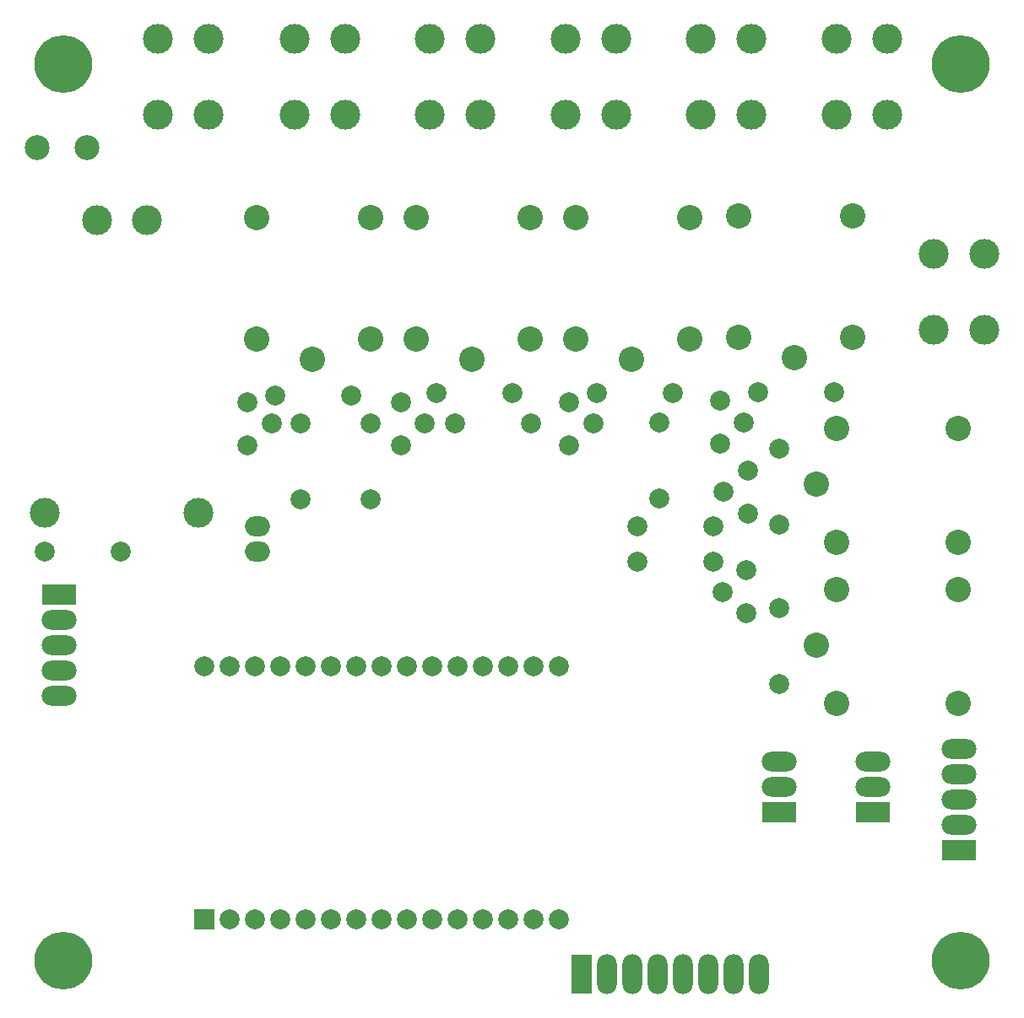
<source format=gbr>
G04*
G04 #@! TF.GenerationSoftware,Altium Limited,Altium Designer,24.3.1 (35)*
G04*
G04 Layer_Color=255*
%FSLAX25Y25*%
%MOIN*%
G70*
G04*
G04 #@! TF.SameCoordinates,46AF65BB-AA63-4F94-AAD3-FE113F2D5473*
G04*
G04*
G04 #@! TF.FilePolarity,Positive*
G04*
G01*
G75*
%ADD39C,0.07874*%
%ADD40R,0.07874X0.07874*%
%ADD41C,0.11811*%
%ADD42C,0.10000*%
%ADD43O,0.09843X0.07874*%
%ADD44O,0.13780X0.07874*%
%ADD45R,0.13780X0.07874*%
%ADD46O,0.07874X0.15748*%
%ADD47R,0.07874X0.15748*%
%ADD48O,0.07874X0.15748*%
%ADD49C,0.09843*%
%ADD50C,0.22835*%
D39*
X215500Y136000D02*
D03*
X205500D02*
D03*
X195500D02*
D03*
X185500D02*
D03*
X175500D02*
D03*
X165500D02*
D03*
X155500D02*
D03*
X145500D02*
D03*
X135500D02*
D03*
X125500D02*
D03*
X115500D02*
D03*
X105500D02*
D03*
X95500D02*
D03*
X85500D02*
D03*
X75500D02*
D03*
X215500Y36000D02*
D03*
X205500D02*
D03*
X195500D02*
D03*
X185500D02*
D03*
X175500D02*
D03*
X165500D02*
D03*
X155500D02*
D03*
X145500D02*
D03*
X135500D02*
D03*
X125500D02*
D03*
X115500D02*
D03*
X105500D02*
D03*
X95500D02*
D03*
X85500D02*
D03*
X289500Y174000D02*
D03*
X280000Y165500D02*
D03*
X289500Y157000D02*
D03*
X302500Y159000D02*
D03*
Y129000D02*
D03*
X276500Y177500D02*
D03*
X246500D02*
D03*
X92500Y240500D02*
D03*
X102000Y232000D02*
D03*
X92500Y223500D02*
D03*
X133500Y243000D02*
D03*
X103500D02*
D03*
X113500Y202000D02*
D03*
Y232000D02*
D03*
X153000Y240500D02*
D03*
X162500Y232000D02*
D03*
X153000Y223500D02*
D03*
X141000Y202000D02*
D03*
Y232000D02*
D03*
X197000Y244000D02*
D03*
X167000D02*
D03*
X174500Y232000D02*
D03*
X204500D02*
D03*
X219500Y240500D02*
D03*
X229000Y232000D02*
D03*
X219500Y223500D02*
D03*
X260500Y244000D02*
D03*
X230500D02*
D03*
X255000Y202500D02*
D03*
Y232500D02*
D03*
X279000Y241000D02*
D03*
X288500Y232500D02*
D03*
X279000Y224000D02*
D03*
X324000Y244500D02*
D03*
X294000D02*
D03*
X246500Y191500D02*
D03*
X276500D02*
D03*
X302500Y192000D02*
D03*
Y222000D02*
D03*
X290000Y196500D02*
D03*
X280500Y205000D02*
D03*
X290000Y213500D02*
D03*
X12500Y181500D02*
D03*
X42500D02*
D03*
D40*
X75500Y36000D02*
D03*
D41*
X383500Y299000D02*
D03*
Y269000D02*
D03*
X363500Y299000D02*
D03*
Y269000D02*
D03*
X12528Y196752D02*
D03*
X73157D02*
D03*
X33000Y312500D02*
D03*
X52685D02*
D03*
X77000Y384000D02*
D03*
Y354000D02*
D03*
X57000Y384000D02*
D03*
Y354000D02*
D03*
X131000Y384000D02*
D03*
Y354000D02*
D03*
X111000Y384000D02*
D03*
Y354000D02*
D03*
X184500Y384000D02*
D03*
Y354000D02*
D03*
X164500Y384000D02*
D03*
Y354000D02*
D03*
X238000Y384000D02*
D03*
Y354000D02*
D03*
X218000Y384000D02*
D03*
Y354000D02*
D03*
X291500Y384000D02*
D03*
Y354000D02*
D03*
X271500Y384000D02*
D03*
Y354000D02*
D03*
X345000Y384000D02*
D03*
Y354000D02*
D03*
X325000Y384000D02*
D03*
Y354000D02*
D03*
D42*
Y166500D02*
D03*
Y121500D02*
D03*
X317000Y144500D02*
D03*
X373000Y166500D02*
D03*
Y121500D02*
D03*
Y185000D02*
D03*
Y230000D02*
D03*
X317000Y208000D02*
D03*
X325000Y185000D02*
D03*
Y230000D02*
D03*
X141000Y313500D02*
D03*
X96000D02*
D03*
X118000Y257500D02*
D03*
X141000Y265500D02*
D03*
X96000D02*
D03*
X204000Y313500D02*
D03*
X159000D02*
D03*
X181000Y257500D02*
D03*
X204000Y265500D02*
D03*
X159000D02*
D03*
X267000Y313500D02*
D03*
X222000D02*
D03*
X244000Y257500D02*
D03*
X267000Y265500D02*
D03*
X222000D02*
D03*
X331500Y314000D02*
D03*
X286500D02*
D03*
X308500Y258000D02*
D03*
X331500Y266000D02*
D03*
X286500D02*
D03*
D43*
X96500Y181500D02*
D03*
Y191500D02*
D03*
D44*
X373500Y73500D02*
D03*
Y83500D02*
D03*
Y93500D02*
D03*
Y103500D02*
D03*
X339500Y88500D02*
D03*
Y98500D02*
D03*
X302500Y88500D02*
D03*
Y98500D02*
D03*
X18000Y154500D02*
D03*
Y144500D02*
D03*
Y134500D02*
D03*
Y124500D02*
D03*
D45*
X373500Y63500D02*
D03*
X339500Y78500D02*
D03*
X302500D02*
D03*
X18000Y164500D02*
D03*
D46*
X264500Y14500D02*
D03*
X244500D02*
D03*
X254500D02*
D03*
X284500D02*
D03*
X274500D02*
D03*
X294500D02*
D03*
D47*
X224500D02*
D03*
D48*
X234500D02*
D03*
D49*
X9315Y341000D02*
D03*
X29000D02*
D03*
D50*
X19685Y19685D02*
D03*
Y374016D02*
D03*
X374016D02*
D03*
Y19685D02*
D03*
M02*

</source>
